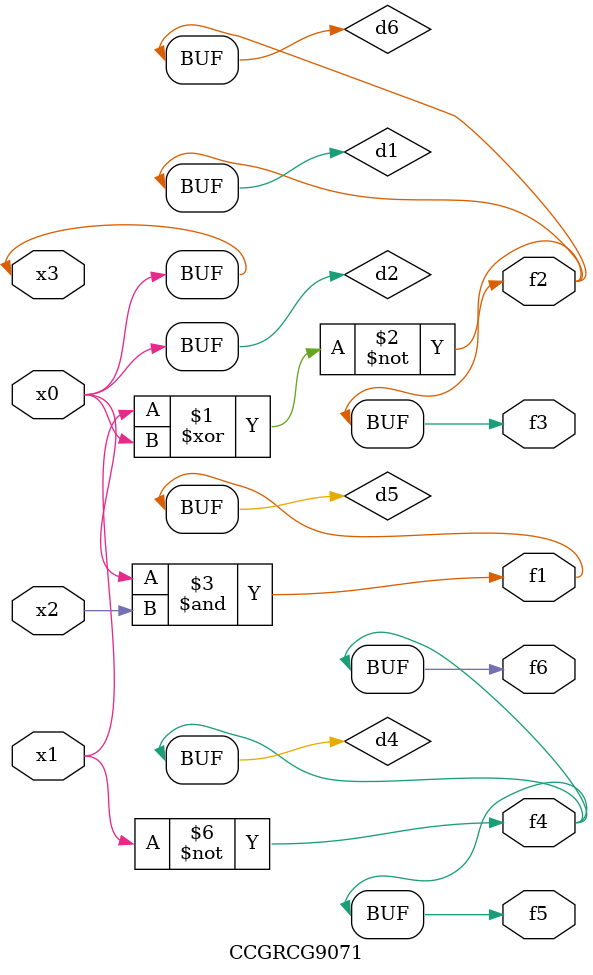
<source format=v>
module CCGRCG9071(
	input x0, x1, x2, x3,
	output f1, f2, f3, f4, f5, f6
);

	wire d1, d2, d3, d4, d5, d6;

	xnor (d1, x1, x3);
	buf (d2, x0, x3);
	nand (d3, x0, x2);
	not (d4, x1);
	nand (d5, d3);
	or (d6, d1);
	assign f1 = d5;
	assign f2 = d6;
	assign f3 = d6;
	assign f4 = d4;
	assign f5 = d4;
	assign f6 = d4;
endmodule

</source>
